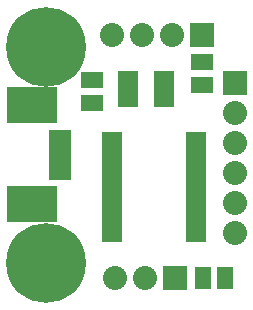
<source format=gts>
G04 (created by PCBNEW-RS274X (2011-05-25)-stable) date Fri 14 Sep 2012 10:37:43 PM EDT*
G01*
G70*
G90*
%MOIN*%
G04 Gerber Fmt 3.4, Leading zero omitted, Abs format*
%FSLAX34Y34*%
G04 APERTURE LIST*
%ADD10C,0.006000*%
%ADD11R,0.070000X0.036000*%
%ADD12R,0.055000X0.075000*%
%ADD13R,0.075000X0.055000*%
%ADD14C,0.266100*%
%ADD15R,0.169600X0.118400*%
%ADD16R,0.075100X0.039700*%
%ADD17R,0.070000X0.120000*%
%ADD18R,0.080000X0.080000*%
%ADD19C,0.080000*%
G04 APERTURE END LIST*
G54D10*
G54D11*
X64900Y-42850D03*
X64900Y-42600D03*
X64900Y-42340D03*
X64900Y-42080D03*
X64900Y-41830D03*
X64900Y-41570D03*
X64900Y-41310D03*
X64900Y-41060D03*
X64900Y-40800D03*
X64900Y-40550D03*
X64900Y-40290D03*
X64900Y-40030D03*
X64900Y-39780D03*
X64900Y-39520D03*
X62100Y-39520D03*
X62100Y-39780D03*
X62100Y-40020D03*
X62100Y-40290D03*
X62100Y-40550D03*
X62100Y-40800D03*
X62100Y-41060D03*
X62100Y-41310D03*
X62100Y-41570D03*
X62100Y-41830D03*
X62100Y-42080D03*
X62100Y-42340D03*
X62100Y-42600D03*
X62100Y-42850D03*
G54D12*
X65125Y-44200D03*
X65875Y-44200D03*
G54D13*
X65100Y-37775D03*
X65100Y-37025D03*
X61450Y-38375D03*
X61450Y-37625D03*
G54D14*
X59900Y-36500D03*
X59900Y-43700D03*
G54D15*
X59437Y-41754D03*
X59437Y-38446D03*
G54D16*
X60382Y-40730D03*
X60382Y-40415D03*
X60382Y-39470D03*
X60382Y-39785D03*
X60382Y-40100D03*
G54D17*
X62650Y-37900D03*
X63850Y-37900D03*
G54D18*
X64200Y-44200D03*
G54D19*
X63200Y-44200D03*
X62200Y-44200D03*
G54D18*
X65100Y-36100D03*
G54D19*
X64100Y-36100D03*
X63100Y-36100D03*
X62100Y-36100D03*
G54D18*
X66200Y-37700D03*
G54D19*
X66200Y-38700D03*
X66200Y-39700D03*
X66200Y-40700D03*
X66200Y-41700D03*
X66200Y-42700D03*
M02*

</source>
